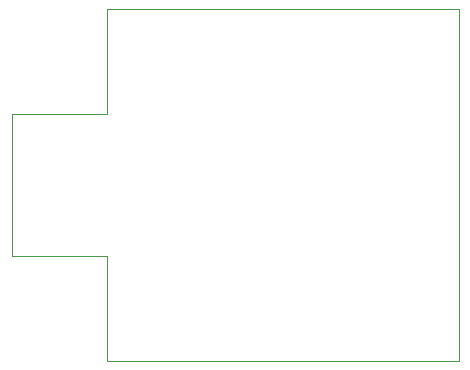
<source format=gbr>
%TF.GenerationSoftware,KiCad,Pcbnew,6.0.2-378541a8eb~116~ubuntu18.04.1*%
%TF.CreationDate,2022-03-16T16:53:27+09:00*%
%TF.ProjectId,led_a,6c65645f-612e-46b6-9963-61645f706362,rev?*%
%TF.SameCoordinates,Original*%
%TF.FileFunction,Profile,NP*%
%FSLAX46Y46*%
G04 Gerber Fmt 4.6, Leading zero omitted, Abs format (unit mm)*
G04 Created by KiCad (PCBNEW 6.0.2-378541a8eb~116~ubuntu18.04.1) date 2022-03-16 16:53:27*
%MOMM*%
%LPD*%
G01*
G04 APERTURE LIST*
%TA.AperFunction,Profile*%
%ADD10C,0.050000*%
%TD*%
G04 APERTURE END LIST*
D10*
X119900000Y-40100000D02*
X90100000Y-40100000D01*
X82000000Y-49000000D02*
X90000000Y-49000000D01*
X119900000Y-69900000D02*
X90100000Y-69900000D01*
X90100000Y-40100000D02*
X90100000Y-49000000D01*
X90100000Y-69900000D02*
X90100000Y-61000000D01*
X82000000Y-61000000D02*
X82000000Y-49000000D01*
X90000000Y-61000000D02*
X82000000Y-61000000D01*
X90100000Y-61000000D02*
X90000000Y-61000000D01*
X119900000Y-40100000D02*
X119900000Y-69900000D01*
X90100000Y-49000000D02*
X90000000Y-49000000D01*
M02*

</source>
